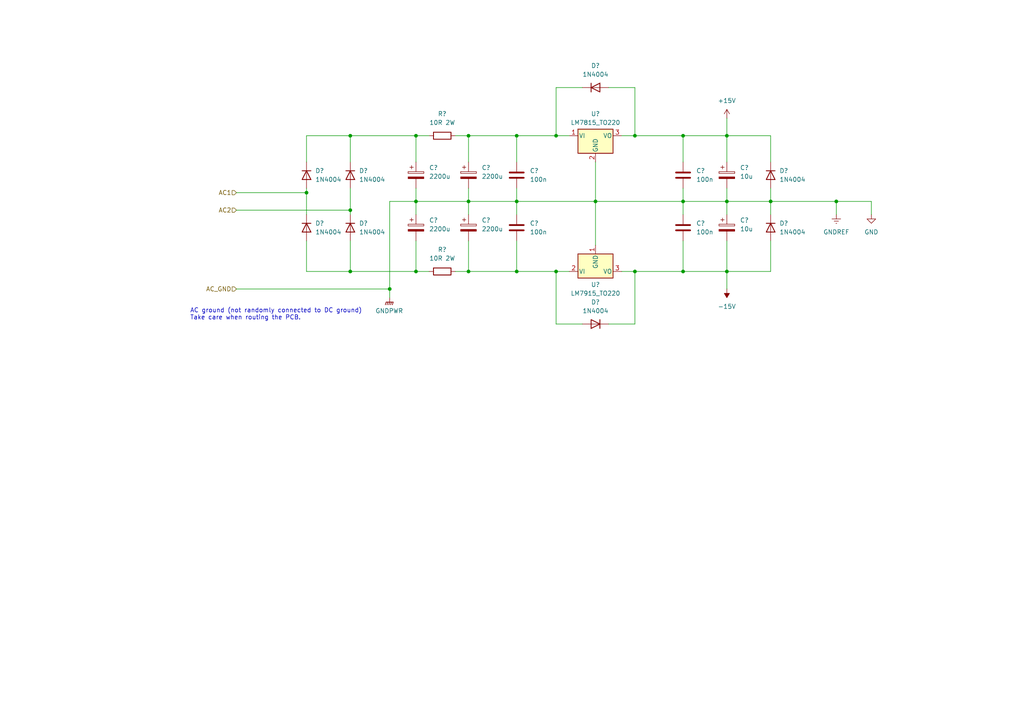
<source format=kicad_sch>
(kicad_sch (version 20231120) (generator "eeschema") (generator_version "8.0")
  (paper "A4")
  (title_block (title "Dual voltage power supply") (date "2024-12-22"))
  (lib_symbols
    (symbol "Device:C" (pin_numbers hide) (pin_names (offset 0.254))
      (property "Reference" "C" (at 0.635 2.54 0))
      (property "Value" "C" (at 0.635 -2.54 0))
      (symbol "C_0_1"
        (polyline (pts (xy -2.032 -0.762) (xy 2.032 -0.762)) (stroke (width 0.508)))
        (polyline (pts (xy -2.032 0.762) (xy 2.032 0.762)) (stroke (width 0.508)))
      )
      (symbol "C_1_1"
        (pin passive line (at 0 3.81 270) (length 2.794) (name "~") (number "1"))
        (pin passive line (at 0 -3.81 90) (length 2.794) (name "~") (number "2"))
      )
    )
    (symbol "Device:C_Polarized" (pin_numbers hide) (pin_names (offset 0.254))
      (property "Reference" "C" (at 0.635 2.54 0))
      (property "Value" "C_Polarized" (at 0.635 -2.54 0))
      (symbol "C_Polarized_0_1"
        (rectangle (start -2.286 0.508) (end 2.286 1.016))
        (polyline (pts (xy -1.778 2.286) (xy -0.762 2.286)))
        (polyline (pts (xy -1.27 2.794) (xy -1.27 1.778)))
        (rectangle (start 2.286 -0.508) (end -2.286 -1.016) (fill (type outline)))
      )
      (symbol "C_Polarized_1_1"
        (pin passive line (at 0 3.81 270) (length 2.794) (name "~") (number "1"))
        (pin passive line (at 0 -3.81 90) (length 2.794) (name "~") (number "2"))
      )
    )
    (symbol "Device:R" (pin_numbers hide) (pin_names (offset 0))
      (property "Reference" "R" (at 2.032 0 90))
      (property "Value" "R" (at 0 0 90))
      (symbol "R_0_1"
        (rectangle (start -1.016 -2.54) (end 1.016 2.54) (stroke (width 0.254)))
      )
      (symbol "R_1_1"
        (pin passive line (at 0 3.81 270) (length 1.27) (name "~") (number "1"))
        (pin passive line (at 0 -3.81 90) (length 1.27) (name "~") (number "2"))
      )
    )
    (symbol "Diode:1N4004" (pin_numbers hide) (pin_names hide)
      (property "Reference" "D" (at 0 2.54 0))
      (property "Value" "1N4004" (at 0 -2.54 0))
      (symbol "1N4004_0_1"
        (polyline (pts (xy -1.27 1.27) (xy -1.27 -1.27)) (stroke (width 0.254)))
        (polyline (pts (xy 1.27 0) (xy -1.27 0)))
        (polyline (pts (xy 1.27 1.27) (xy 1.27 -1.27) (xy -1.27 0) (xy 1.27 1.27)) (stroke (width 0.254)))
      )
      (symbol "1N4004_1_1"
        (pin passive line (at -3.81 0 0) (length 2.54) (name "K") (number "1"))
        (pin passive line (at 3.81 0 180) (length 2.54) (name "A") (number "2"))
      )
    )
    (symbol "Regulator_Linear:LM7815_TO220" (pin_names (offset 0.254))
      (property "Reference" "U" (at -3.81 3.175 0))
      (property "Value" "LM7815_TO220" (at 0 3.175 0))
      (symbol "LM7815_TO220_0_1"
        (rectangle (start -5.08 1.905) (end 5.08 -5.08) (stroke (width 0.254)) (fill (type background)))
      )
      (symbol "LM7815_TO220_1_1"
        (pin power_in line (at -7.62 0 0) (length 2.54) (name "VI") (number "1"))
        (pin power_in line (at 0 -7.62 90) (length 2.54) (name "GND") (number "2"))
        (pin power_out line (at 7.62 0 180) (length 2.54) (name "VO") (number "3"))
      )
    )
    (symbol "Regulator_Linear:LM7915_TO220" (pin_names (offset 0.254))
      (property "Reference" "U" (at -3.81 -3.175 0))
      (property "Value" "LM7915_TO220" (at 0 -3.175 0))
      (symbol "LM7915_TO220_0_1"
        (rectangle (start -5.08 5.08) (end 5.08 -1.905) (stroke (width 0.254)) (fill (type background)))
      )
      (symbol "LM7915_TO220_1_1"
        (pin power_in line (at 0 7.62 270) (length 2.54) (name "GND") (number "1"))
        (pin power_in line (at -7.62 0 0) (length 2.54) (name "VI") (number "2"))
        (pin power_out line (at 7.62 0 180) (length 2.54) (name "VO") (number "3"))
      )
    )
    (symbol "power:+15V" (power) (pin_numbers hide) (pin_names (offset 0) hide)
      (property "Value" "+15V" (at 0 3.556 0))
      (symbol "+15V_0_1"
        (polyline (pts (xy -0.762 1.27) (xy 0 2.54)))
        (polyline (pts (xy 0 0) (xy 0 2.54)))
        (polyline (pts (xy 0 2.54) (xy 0.762 1.27)))
      )
      (symbol "+15V_1_1"
        (pin power_in line (at 0 0 90) (length 0) (name "~") (number "1"))
      )
    )
    (symbol "power:-15V" (power) (pin_numbers hide) (pin_names (offset 0) hide)
      (property "Value" "-15V" (at 0 3.556 0))
      (symbol "-15V_0_0"
        (pin power_in line (at 0 0 90) (length 0) (name "~") (number "1"))
      )
      (symbol "-15V_0_1"
        (polyline (pts (xy 0 0) (xy 0 1.27) (xy 0.762 1.27) (xy 0 2.54) (xy -0.762 1.27) (xy 0 1.27)) (fill (type outline)))
      )
    )
    (symbol "power:GND" (power) (pin_numbers hide) (pin_names (offset 0) hide)
      (property "Value" "GND" (at 0 -3.81 0))
      (symbol "GND_0_1"
        (polyline (pts (xy 0 0) (xy 0 -1.27) (xy 1.27 -1.27) (xy 0 -2.54) (xy -1.27 -1.27) (xy 0 -1.27)))
      )
      (symbol "GND_1_1"
        (pin power_in line (at 0 0 270) (length 0) (name "~") (number "1"))
      )
    )
    (symbol "power:GNDPWR" (power) (pin_numbers hide) (pin_names (offset 0) hide)
      (property "Value" "GNDPWR" (at 0 -3.302 0))
      (symbol "GNDPWR_0_1"
        (polyline (pts (xy 0 -1.27) (xy 0 0)))
        (polyline (pts (xy -1.016 -1.27) (xy -1.27 -2.032) (xy -1.27 -2.032)) (stroke (width 0.2032)))
        (polyline (pts (xy -0.508 -1.27) (xy -0.762 -2.032) (xy -0.762 -2.032)) (stroke (width 0.2032)))
        (polyline (pts (xy 0 -1.27) (xy -0.254 -2.032) (xy -0.254 -2.032)) (stroke (width 0.2032)))
        (polyline (pts (xy 0.508 -1.27) (xy 0.254 -2.032) (xy 0.254 -2.032)) (stroke (width 0.2032)))
        (polyline (pts (xy 1.016 -1.27) (xy -1.016 -1.27) (xy -1.016 -1.27)) (stroke (width 0.2032)))
        (polyline (pts (xy 1.016 -1.27) (xy 0.762 -2.032) (xy 0.762 -2.032) (xy 0.762 -2.032)) (stroke (width 0.2032)))
      )
      (symbol "GNDPWR_1_1"
        (pin power_in line (at 0 0 270) (length 0) (name "~") (number "1"))
      )
    )
    (symbol "power:GNDREF" (power) (pin_numbers hide) (pin_names (offset 0) hide)
      (property "Value" "GNDREF" (at 0 -3.81 0))
      (symbol "GNDREF_0_1"
        (polyline (pts (xy -0.635 -1.905) (xy 0.635 -1.905)))
        (polyline (pts (xy -0.127 -2.54) (xy 0.127 -2.54)))
        (polyline (pts (xy 0 -1.27) (xy 0 0)))
        (polyline (pts (xy 1.27 -1.27) (xy -1.27 -1.27)))
      )
      (symbol "GNDREF_1_1"
        (pin power_in line (at 0 0 270) (length 0) (name "~") (number "1"))
      )
    )
  )
  (junction (at 210.82 58.42))
  (junction (at 120.65 78.74))
  (junction (at 210.82 39.37))
  (junction (at 101.6 39.37))
  (junction (at 135.89 58.42))
  (junction (at 198.12 78.74))
  (junction (at 149.86 58.42))
  (junction (at 223.52 58.42))
  (junction (at 149.86 39.37))
  (junction (at 101.6 60.96))
  (junction (at 198.12 58.42))
  (junction (at 184.15 39.37))
  (junction (at 120.65 39.37))
  (junction (at 198.12 39.37))
  (junction (at 120.65 58.42))
  (junction (at 184.15 78.74))
  (junction (at 88.9 55.88))
  (junction (at 161.29 78.74))
  (junction (at 161.29 39.37))
  (junction (at 113.03 83.82))
  (junction (at 172.72 58.42))
  (junction (at 135.89 39.37))
  (junction (at 242.57 58.42))
  (junction (at 135.89 78.74))
  (junction (at 210.82 78.74))
  (junction (at 101.6 78.74))
  (junction (at 149.86 78.74))
  (wire (pts (xy 184.15 25.4) (xy 184.15 39.37)))
  (wire (pts (xy 210.82 39.37) (xy 198.12 39.37)))
  (wire (pts (xy 68.58 60.96) (xy 101.6 60.96)))
  (wire (pts (xy 149.86 39.37) (xy 149.86 46.99)))
  (wire (pts (xy 223.52 54.61) (xy 223.52 58.42)))
  (wire (pts (xy 68.58 83.82) (xy 113.03 83.82)))
  (wire (pts (xy 210.82 58.42) (xy 223.52 58.42)))
  (wire (pts (xy 198.12 58.42) (xy 198.12 62.23)))
  (wire (pts (xy 135.89 39.37) (xy 135.89 46.99)))
  (wire (pts (xy 172.72 58.42) (xy 198.12 58.42)))
  (wire (pts (xy 176.53 93.98) (xy 184.15 93.98)))
  (wire (pts (xy 210.82 54.61) (xy 210.82 58.42)))
  (wire (pts (xy 149.86 39.37) (xy 161.29 39.37)))
  (wire (pts (xy 124.46 78.74) (xy 120.65 78.74)))
  (wire (pts (xy 161.29 25.4) (xy 161.29 39.37)))
  (wire (pts (xy 101.6 78.74) (xy 88.9 78.74)))
  (wire (pts (xy 210.82 78.74) (xy 210.82 83.82)))
  (wire (pts (xy 198.12 78.74) (xy 198.12 69.85)))
  (wire (pts (xy 161.29 93.98) (xy 168.91 93.98)))
  (wire (pts (xy 120.65 69.85) (xy 120.65 78.74)))
  (wire (pts (xy 223.52 69.85) (xy 223.52 78.74)))
  (wire (pts (xy 135.89 58.42) (xy 135.89 62.23)))
  (wire (pts (xy 198.12 39.37) (xy 184.15 39.37)))
  (wire (pts (xy 149.86 58.42) (xy 172.72 58.42)))
  (wire (pts (xy 149.86 78.74) (xy 161.29 78.74)))
  (wire (pts (xy 149.86 54.61) (xy 149.86 58.42)))
  (wire (pts (xy 210.82 34.29) (xy 210.82 39.37)))
  (wire (pts (xy 120.65 58.42) (xy 135.89 58.42)))
  (wire (pts (xy 135.89 69.85) (xy 135.89 78.74)))
  (wire (pts (xy 88.9 39.37) (xy 101.6 39.37)))
  (wire (pts (xy 101.6 54.61) (xy 101.6 60.96)))
  (wire (pts (xy 184.15 93.98) (xy 184.15 78.74)))
  (wire (pts (xy 161.29 93.98) (xy 161.29 78.74)))
  (wire (pts (xy 135.89 54.61) (xy 135.89 58.42)))
  (wire (pts (xy 161.29 39.37) (xy 165.1 39.37)))
  (wire (pts (xy 180.34 78.74) (xy 184.15 78.74)))
  (wire (pts (xy 223.52 46.99) (xy 223.52 39.37)))
  (wire (pts (xy 120.65 58.42) (xy 120.65 62.23)))
  (wire (pts (xy 210.82 78.74) (xy 198.12 78.74)))
  (wire (pts (xy 172.72 46.99) (xy 172.72 58.42)))
  (wire (pts (xy 252.73 58.42) (xy 252.73 62.23)))
  (wire (pts (xy 135.89 39.37) (xy 149.86 39.37)))
  (wire (pts (xy 101.6 69.85) (xy 101.6 78.74)))
  (wire (pts (xy 135.89 58.42) (xy 149.86 58.42)))
  (wire (pts (xy 198.12 46.99) (xy 198.12 39.37)))
  (wire (pts (xy 135.89 78.74) (xy 132.08 78.74)))
  (wire (pts (xy 120.65 39.37) (xy 124.46 39.37)))
  (wire (pts (xy 101.6 60.96) (xy 101.6 62.23)))
  (wire (pts (xy 168.91 25.4) (xy 161.29 25.4)))
  (wire (pts (xy 198.12 54.61) (xy 198.12 58.42)))
  (wire (pts (xy 161.29 78.74) (xy 165.1 78.74)))
  (wire (pts (xy 68.58 55.88) (xy 88.9 55.88)))
  (wire (pts (xy 132.08 39.37) (xy 135.89 39.37)))
  (wire (pts (xy 101.6 39.37) (xy 120.65 39.37)))
  (wire (pts (xy 88.9 54.61) (xy 88.9 55.88)))
  (wire (pts (xy 120.65 78.74) (xy 101.6 78.74)))
  (wire (pts (xy 149.86 69.85) (xy 149.86 78.74)))
  (wire (pts (xy 113.03 86.36) (xy 113.03 83.82)))
  (wire (pts (xy 88.9 46.99) (xy 88.9 39.37)))
  (wire (pts (xy 88.9 78.74) (xy 88.9 69.85)))
  (wire (pts (xy 135.89 78.74) (xy 149.86 78.74)))
  (wire (pts (xy 88.9 55.88) (xy 88.9 62.23)))
  (wire (pts (xy 184.15 78.74) (xy 198.12 78.74)))
  (wire (pts (xy 198.12 58.42) (xy 210.82 58.42)))
  (wire (pts (xy 210.82 69.85) (xy 210.82 78.74)))
  (wire (pts (xy 210.82 58.42) (xy 210.82 62.23)))
  (wire (pts (xy 184.15 39.37) (xy 180.34 39.37)))
  (wire (pts (xy 223.52 78.74) (xy 210.82 78.74)))
  (wire (pts (xy 120.65 54.61) (xy 120.65 58.42)))
  (wire (pts (xy 176.53 25.4) (xy 184.15 25.4)))
  (wire (pts (xy 113.03 83.82) (xy 113.03 58.42)))
  (wire (pts (xy 242.57 58.42) (xy 252.73 58.42)))
  (wire (pts (xy 120.65 39.37) (xy 120.65 46.99)))
  (wire (pts (xy 149.86 58.42) (xy 149.86 62.23)))
  (wire (pts (xy 242.57 62.23) (xy 242.57 58.42)))
  (wire (pts (xy 172.72 58.42) (xy 172.72 71.12)))
  (wire (pts (xy 101.6 39.37) (xy 101.6 46.99)))
  (wire (pts (xy 223.52 39.37) (xy 210.82 39.37)))
  (wire (pts (xy 223.52 58.42) (xy 242.57 58.42)))
  (wire (pts (xy 210.82 46.99) (xy 210.82 39.37)))
  (wire (pts (xy 113.03 58.42) (xy 120.65 58.42)))
  (wire (pts (xy 223.52 58.42) (xy 223.52 62.23)))
  (text "AC ground (not randomly connected to DC ground)\nTake care when routing the PCB." (at 55.118 91.186 0) (effects (font (size 1.27 1.27)) (justify left)))
  (hierarchical_label "AC2" (shape input) (at 68.58 60.96 180))
  (hierarchical_label "AC1" (shape input) (at 68.58 55.88 180))
  (hierarchical_label "AC_GND" (shape input) (at 68.58 83.82 180))
  (symbol (lib_id "power:+15V") (at 210.82 34.29 0) (unit 1)
    (property "Reference" "#PWR?" (effects (hide yes)))
    (property "Value" "+15V" (at 210.82 29.21 0))
    (property "Description" "Power symbol creates a global label with name \"+15V\"" (effects (hide yes)))
    (instances (project "" (path "" (reference "#PWR?") (unit 1))) (project "power-supply" (path "" (reference "#PWR0404") (unit 1))))
  )
  (symbol (lib_id "Diode:1N4004") (at 88.9 50.8 270) (unit 1)
    (property "Reference" "D?" (at 91.44 49.5299 90) (effects (justify left)))
    (property "Value" "1N4004" (at 91.44 52.0699 90) (effects (justify left)))
    (property "Footprint" "Diode_THT:D_DO-41_SOD81_P10.16mm_Horizontal" (effects (hide yes)))
    (property "Datasheet" "http://www.vishay.com/docs/88503/1n4001.pdf" (effects (hide yes)))
    (property "Description" "400V 1A General Purpose Rectifier Diode, DO-41" (effects (hide yes)))
    (property "Sim.Device" "D" (effects (hide yes)))
    (property "Sim.Pins" "1=K 2=A" (effects (hide yes)))
    (instances (project "" (path "" (reference "D?") (unit 1))) (project "power-supply" (path "" (reference "D401") (unit 1))))
  )
  (symbol (lib_id "Device:C_Polarized") (at 120.65 66.04 0) (unit 1)
    (property "Reference" "C?" (at 124.46 63.8809 0) (effects (justify left)))
    (property "Value" "2200u" (at 124.46 66.4209 0) (effects (justify left)))
    (property "Footprint" "Capacitor_THT:CP_Radial_D18.0mm_P7.50mm" (effects (hide yes)))
    (property "Description" "Polarized capacitor" (effects (hide yes)))
    (instances (project "headphone-amp" (path "" (reference "C?") (unit 1))) (project "power-supply" (path "" (reference "C402") (unit 1))))
  )
  (symbol (lib_id "power:GNDPWR") (at 113.03 86.36 0) (unit 1)
    (property "Reference" "#PWR?" (effects (hide yes)))
    (property "Value" "GNDPWR" (at 112.903 90.17 0))
    (property "Description" "Power symbol creates a global label with name \"GNDPWR\" , global ground" (effects (hide yes)))
    (instances (project "" (path "" (reference "#PWR?") (unit 1))) (project "power-supply" (path "" (reference "#PWR0401") (unit 1))))
  )
  (symbol (lib_id "power:-15V") (at 210.82 83.82 180) (unit 1)
    (property "Reference" "#PWR?" (effects (hide yes)))
    (property "Value" "-15V" (at 210.82 88.9 0))
    (property "Description" "Power symbol creates a global label with name \"-15V\"" (effects (hide yes)))
    (instances (project "" (path "" (reference "#PWR?") (unit 1))) (project "power-supply" (path "" (reference "#PWR0405") (unit 1))))
  )
  (symbol (lib_id "Device:R") (at 128.27 39.37 90) (unit 1)
    (property "Reference" "R?" (at 128.27 33.02 90))
    (property "Value" "10R 2W" (at 128.27 35.56 90))
    (property "Footprint" "Resistor_THT:R_Axial_DIN0309_L9.0mm_D3.2mm_P12.70mm_Horizontal" (effects (hide yes)))
    (property "Description" "Resistor" (effects (hide yes)))
    (instances (project "" (path "" (reference "R?") (unit 1))) (project "power-supply" (path "" (reference "R401") (unit 1))))
  )
  (symbol (lib_id "Device:C_Polarized") (at 135.89 50.8 0) (unit 1)
    (property "Reference" "C?" (at 139.7 48.6409 0) (effects (justify left)))
    (property "Value" "2200u" (at 139.7 51.1809 0) (effects (justify left)))
    (property "Footprint" "Capacitor_THT:CP_Radial_D18.0mm_P7.50mm" (effects (hide yes)))
    (property "Description" "Polarized capacitor" (effects (hide yes)))
    (instances (project "headphone-amp" (path "" (reference "C?") (unit 1))) (project "power-supply" (path "" (reference "C403") (unit 1))))
  )
  (symbol (lib_id "Device:R") (at 128.27 78.74 90) (unit 1)
    (property "Reference" "R?" (at 128.27 72.39 90))
    (property "Value" "10R 2W" (at 128.27 74.93 90))
    (property "Footprint" "Resistor_THT:R_Axial_DIN0309_L9.0mm_D3.2mm_P12.70mm_Horizontal" (effects (hide yes)))
    (property "Description" "Resistor" (effects (hide yes)))
    (instances (project "headphone-amp" (path "" (reference "R?") (unit 1))) (project "power-supply" (path "" (reference "R402") (unit 1))))
  )
  (symbol (lib_id "Device:C") (at 149.86 66.04 0) (unit 1)
    (property "Reference" "C?" (at 153.67 64.7699 0) (effects (justify left)))
    (property "Value" "100n" (at 153.67 67.3099 0) (effects (justify left)))
    (property "Footprint" "Capacitor_THT:C_Disc_D6.0mm_W2.5mm_P5.00mm" (effects (hide yes)))
    (property "Description" "Unpolarized capacitor" (effects (hide yes)))
    (instances (project "headphone-amp" (path "" (reference "C?") (unit 1))) (project "power-supply" (path "" (reference "C406") (unit 1))))
  )
  (symbol (lib_id "Diode:1N4004") (at 172.72 25.4 0) (unit 1)
    (property "Reference" "D?" (at 172.72 19.05 0))
    (property "Value" "1N4004" (at 172.72 21.59 0))
    (property "Footprint" "Diode_THT:D_DO-41_SOD81_P10.16mm_Horizontal" (effects (hide yes)))
    (property "Datasheet" "http://www.vishay.com/docs/88503/1n4001.pdf" (effects (hide yes)))
    (property "Description" "400V 1A General Purpose Rectifier Diode, DO-41" (effects (hide yes)))
    (property "Sim.Device" "D" (effects (hide yes)))
    (property "Sim.Pins" "1=K 2=A" (effects (hide yes)))
    (instances (project "headphone-amp" (path "" (reference "D?") (unit 1))) (project "power-supply" (path "" (reference "D405") (unit 1))))
  )
  (symbol (lib_id "Device:C_Polarized") (at 210.82 50.8 0) (unit 1)
    (property "Reference" "C?" (at 214.63 48.6409 0) (effects (justify left)))
    (property "Value" "10u" (at 214.63 51.1809 0) (effects (justify left)))
    (property "Footprint" "Capacitor_THT:CP_Radial_D5.0mm_P2.00mm" (effects (hide yes)))
    (property "Description" "Polarized capacitor" (effects (hide yes)))
    (instances (project "headphone-amp" (path "" (reference "C?") (unit 1))) (project "power-supply" (path "" (reference "C409") (unit 1))))
  )
  (symbol (lib_id "Diode:1N4004") (at 101.6 50.8 270) (unit 1)
    (property "Reference" "D?" (at 104.14 49.5299 90) (effects (justify left)))
    (property "Value" "1N4004" (at 104.14 52.0699 90) (effects (justify left)))
    (property "Footprint" "Diode_THT:D_DO-41_SOD81_P10.16mm_Horizontal" (effects (hide yes)))
    (property "Datasheet" "http://www.vishay.com/docs/88503/1n4001.pdf" (effects (hide yes)))
    (property "Description" "400V 1A General Purpose Rectifier Diode, DO-41" (effects (hide yes)))
    (property "Sim.Device" "D" (effects (hide yes)))
    (property "Sim.Pins" "1=K 2=A" (effects (hide yes)))
    (instances (project "headphone-amp" (path "" (reference "D?") (unit 1))) (project "power-supply" (path "" (reference "D403") (unit 1))))
  )
  (symbol (lib_id "Diode:1N4004") (at 88.9 66.04 270) (unit 1)
    (property "Reference" "D?" (at 91.44 64.7699 90) (effects (justify left)))
    (property "Value" "1N4004" (at 91.44 67.3099 90) (effects (justify left)))
    (property "Footprint" "Diode_THT:D_DO-41_SOD81_P10.16mm_Horizontal" (effects (hide yes)))
    (property "Datasheet" "http://www.vishay.com/docs/88503/1n4001.pdf" (effects (hide yes)))
    (property "Description" "400V 1A General Purpose Rectifier Diode, DO-41" (effects (hide yes)))
    (property "Sim.Device" "D" (effects (hide yes)))
    (property "Sim.Pins" "1=K 2=A" (effects (hide yes)))
    (instances (project "headphone-amp" (path "" (reference "D?") (unit 1))) (project "power-supply" (path "" (reference "D402") (unit 1))))
  )
  (symbol (lib_id "Device:C") (at 198.12 50.8 0) (unit 1)
    (property "Reference" "C?" (at 201.93 49.5299 0) (effects (justify left)))
    (property "Value" "100n" (at 201.93 52.0699 0) (effects (justify left)))
    (property "Footprint" "Capacitor_THT:C_Disc_D6.0mm_W2.5mm_P5.00mm" (effects (hide yes)))
    (property "Description" "Unpolarized capacitor" (effects (hide yes)))
    (instances (project "headphone-amp" (path "" (reference "C?") (unit 1))) (project "power-supply" (path "" (reference "C407") (unit 1))))
  )
  (symbol (lib_id "Diode:1N4004") (at 223.52 50.8 270) (unit 1)
    (property "Reference" "D?" (at 226.06 49.5299 90) (effects (justify left)))
    (property "Value" "1N4004" (at 226.06 52.0699 90) (effects (justify left)))
    (property "Footprint" "Diode_THT:D_DO-41_SOD81_P10.16mm_Horizontal" (effects (hide yes)))
    (property "Datasheet" "http://www.vishay.com/docs/88503/1n4001.pdf" (effects (hide yes)))
    (property "Description" "400V 1A General Purpose Rectifier Diode, DO-41" (effects (hide yes)))
    (property "Sim.Device" "D" (effects (hide yes)))
    (property "Sim.Pins" "1=K 2=A" (effects (hide yes)))
    (instances (project "headphone-amp" (path "" (reference "D?") (unit 1))) (project "power-supply" (path "" (reference "D408") (unit 1))))
  )
  (symbol (lib_id "Device:C_Polarized") (at 135.89 66.04 0) (unit 1)
    (property "Reference" "C?" (at 139.7 63.8809 0) (effects (justify left)))
    (property "Value" "2200u" (at 139.7 66.4209 0) (effects (justify left)))
    (property "Footprint" "Capacitor_THT:CP_Radial_D18.0mm_P7.50mm" (effects (hide yes)))
    (property "Description" "Polarized capacitor" (effects (hide yes)))
    (instances (project "headphone-amp" (path "" (reference "C?") (unit 1))) (project "power-supply" (path "" (reference "C404") (unit 1))))
  )
  (symbol (lib_id "Diode:1N4004") (at 172.72 93.98 180) (unit 1)
    (property "Reference" "D?" (at 172.72 87.63 0))
    (property "Value" "1N4004" (at 172.72 90.17 0))
    (property "Footprint" "Diode_THT:D_DO-41_SOD81_P10.16mm_Horizontal" (effects (hide yes)))
    (property "Datasheet" "http://www.vishay.com/docs/88503/1n4001.pdf" (effects (hide yes)))
    (property "Description" "400V 1A General Purpose Rectifier Diode, DO-41" (effects (hide yes)))
    (property "Sim.Device" "D" (effects (hide yes)))
    (property "Sim.Pins" "1=K 2=A" (effects (hide yes)))
    (instances (project "headphone-amp" (path "" (reference "D?") (unit 1))) (project "power-supply" (path "" (reference "D406") (unit 1))))
  )
  (symbol (lib_id "Device:C") (at 198.12 66.04 0) (unit 1)
    (property "Reference" "C?" (at 201.93 64.7699 0) (effects (justify left)))
    (property "Value" "100n" (at 201.93 67.3099 0) (effects (justify left)))
    (property "Footprint" "Capacitor_THT:C_Disc_D6.0mm_W2.5mm_P5.00mm" (effects (hide yes)))
    (property "Description" "Unpolarized capacitor" (effects (hide yes)))
    (instances (project "headphone-amp" (path "" (reference "C?") (unit 1))) (project "power-supply" (path "" (reference "C408") (unit 1))))
  )
  (symbol (lib_id "Regulator_Linear:LM7815_TO220") (at 172.72 39.37 0) (unit 1)
    (property "Reference" "U?" (at 172.72 33.02 0))
    (property "Value" "LM7815_TO220" (at 172.72 35.56 0))
    (property "Footprint" "Package_TO_SOT_THT:TO-220-3_Vertical" (effects (hide yes)))
    (property "Datasheet" "https://www.onsemi.cn/PowerSolutions/document/MC7800-D.PDF" (effects (hide yes)))
    (property "Description" "Positive 1A 35V Linear Regulator, Fixed Output 15V, TO-220" (effects (hide yes)))
    (instances (project "headphone-amp" (path "" (reference "U?") (unit 1))) (project "power-supply" (path "" (reference "U401") (unit 1))))
  )
  (symbol (lib_id "Device:C_Polarized") (at 120.65 50.8 0) (unit 1)
    (property "Reference" "C?" (at 124.46 48.6409 0) (effects (justify left)))
    (property "Value" "2200u" (at 124.46 51.1809 0) (effects (justify left)))
    (property "Footprint" "Capacitor_THT:CP_Radial_D18.0mm_P7.50mm" (effects (hide yes)))
    (property "Description" "Polarized capacitor" (effects (hide yes)))
    (instances (project "" (path "" (reference "C?") (unit 1))) (project "power-supply" (path "" (reference "C401") (unit 1))))
  )
  (symbol (lib_id "Device:C") (at 149.86 50.8 0) (unit 1)
    (property "Reference" "C?" (at 153.67 49.5299 0) (effects (justify left)))
    (property "Value" "100n" (at 153.67 52.0699 0) (effects (justify left)))
    (property "Footprint" "Capacitor_THT:C_Disc_D6.0mm_W2.5mm_P5.00mm" (effects (hide yes)))
    (property "Description" "Unpolarized capacitor" (effects (hide yes)))
    (instances (project "" (path "" (reference "C?") (unit 1))) (project "power-supply" (path "" (reference "C405") (unit 1))))
  )
  (symbol (lib_id "Regulator_Linear:LM7915_TO220") (at 172.72 78.74 0) (unit 1)
    (property "Reference" "U?" (at 172.72 82.55 0))
    (property "Value" "LM7915_TO220" (at 172.72 85.09 0))
    (property "Footprint" "Package_TO_SOT_THT:TO-220-3_Vertical" (effects (hide yes)))
    (property "Datasheet" "https://www.onsemi.com/pub/Collateral/MC7900-D.PDF" (effects (hide yes)))
    (property "Description" "Negative 1A 35V Linear Regulator, Fixed Output 15V, TO-220" (effects (hide yes)))
    (instances (project "headphone-amp" (path "" (reference "U?") (unit 1))) (project "power-supply" (path "" (reference "U402") (unit 1))))
  )
  (symbol (lib_id "Diode:1N4004") (at 223.52 66.04 270) (unit 1)
    (property "Reference" "D?" (at 226.06 64.7699 90) (effects (justify left)))
    (property "Value" "1N4004" (at 226.06 67.3099 90) (effects (justify left)))
    (property "Footprint" "Diode_THT:D_DO-41_SOD81_P10.16mm_Horizontal" (effects (hide yes)))
    (property "Datasheet" "http://www.vishay.com/docs/88503/1n4001.pdf" (effects (hide yes)))
    (property "Description" "400V 1A General Purpose Rectifier Diode, DO-41" (effects (hide yes)))
    (property "Sim.Device" "D" (effects (hide yes)))
    (property "Sim.Pins" "1=K 2=A" (effects (hide yes)))
    (instances (project "headphone-amp" (path "" (reference "D?") (unit 1))) (project "power-supply" (path "" (reference "D409") (unit 1))))
  )
  (symbol (lib_id "power:GND") (at 252.73 62.23 0) (unit 1)
    (property "Reference" "#PWR?" (effects (hide yes)))
    (property "Value" "GND" (at 252.73 67.31 0))
    (property "Description" "Power symbol creates a global label with name \"GND\" , ground" (effects (hide yes)))
    (instances (project "" (path "" (reference "#PWR?") (unit 1))) (project "power-supply" (path "" (reference "#PWR0407") (unit 1))))
  )
  (symbol (lib_id "Device:C_Polarized") (at 210.82 66.04 0) (unit 1)
    (property "Reference" "C?" (at 214.63 63.8809 0) (effects (justify left)))
    (property "Value" "10u" (at 214.63 66.4209 0) (effects (justify left)))
    (property "Footprint" "Capacitor_THT:CP_Radial_D5.0mm_P2.00mm" (effects (hide yes)))
    (property "Description" "Polarized capacitor" (effects (hide yes)))
    (instances (project "headphone-amp" (path "" (reference "C?") (unit 1))) (project "power-supply" (path "" (reference "C410") (unit 1))))
  )
  (symbol (lib_id "power:GNDREF") (at 242.57 62.23 0) (unit 1)
    (property "Reference" "#PWR?" (effects (hide yes)))
    (property "Value" "GNDREF" (at 242.57 67.31 0))
    (property "Description" "Power symbol creates a global label with name \"GNDREF\" , reference supply ground" (effects (hide yes)))
    (instances (project "" (path "" (reference "#PWR?") (unit 1))) (project "power-supply" (path "" (reference "#PWR0406") (unit 1))))
  )
  (symbol (lib_id "Diode:1N4004") (at 101.6 66.04 270) (unit 1)
    (property "Reference" "D?" (at 104.14 64.7699 90) (effects (justify left)))
    (property "Value" "1N4004" (at 104.14 67.3099 90) (effects (justify left)))
    (property "Footprint" "Diode_THT:D_DO-41_SOD81_P10.16mm_Horizontal" (effects (hide yes)))
    (property "Datasheet" "http://www.vishay.com/docs/88503/1n4001.pdf" (effects (hide yes)))
    (property "Description" "400V 1A General Purpose Rectifier Diode, DO-41" (effects (hide yes)))
    (property "Sim.Device" "D" (effects (hide yes)))
    (property "Sim.Pins" "1=K 2=A" (effects (hide yes)))
    (instances (project "headphone-amp" (path "" (reference "D?") (unit 1))) (project "power-supply" (path "" (reference "D404") (unit 1))))
  )
)
</source>
